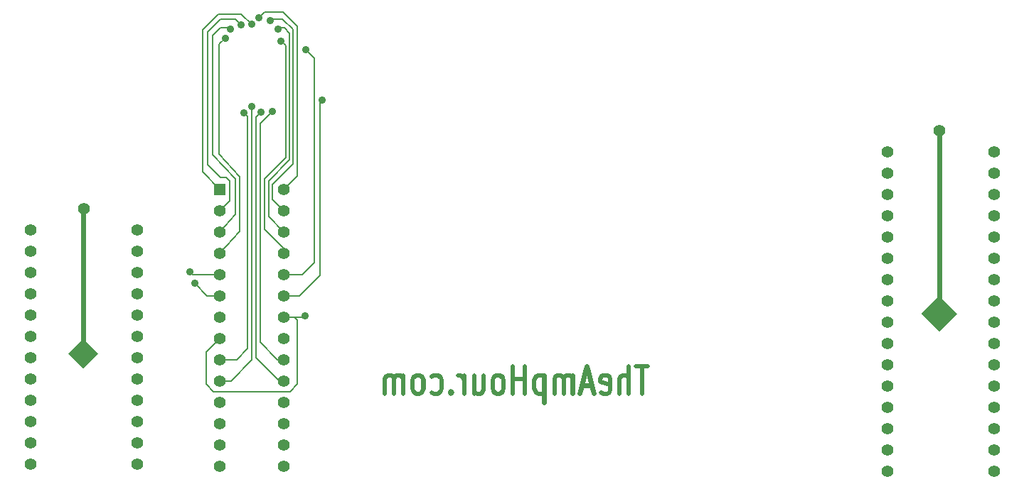
<source format=gbl>
G04 (created by PCBNEW (2013-03-19 BZR 4004)-stable) date 8/12/2013 12:05:23 AM*
%MOIN*%
G04 Gerber Fmt 3.4, Leading zero omitted, Abs format*
%FSLAX34Y34*%
G01*
G70*
G90*
G04 APERTURE LIST*
%ADD10C,0*%
%ADD11C,0.02*%
%ADD12C,0.055*%
%ADD13R,0.055X0.055*%
%ADD14C,0.035*%
%ADD15C,0.008*%
%ADD16C,0.024*%
G04 APERTURE END LIST*
G54D10*
G54D11*
X67028Y-43681D02*
X66456Y-43681D01*
X66742Y-44981D02*
X66742Y-43681D01*
X66123Y-44981D02*
X66123Y-43681D01*
X65694Y-44981D02*
X65694Y-44300D01*
X65742Y-44176D01*
X65837Y-44114D01*
X65980Y-44114D01*
X66075Y-44176D01*
X66123Y-44238D01*
X64837Y-44919D02*
X64932Y-44981D01*
X65123Y-44981D01*
X65218Y-44919D01*
X65266Y-44795D01*
X65266Y-44300D01*
X65218Y-44176D01*
X65123Y-44114D01*
X64932Y-44114D01*
X64837Y-44176D01*
X64790Y-44300D01*
X64790Y-44424D01*
X65266Y-44547D01*
X64409Y-44609D02*
X63932Y-44609D01*
X64504Y-44981D02*
X64170Y-43681D01*
X63837Y-44981D01*
X63504Y-44981D02*
X63504Y-44114D01*
X63504Y-44238D02*
X63456Y-44176D01*
X63361Y-44114D01*
X63218Y-44114D01*
X63123Y-44176D01*
X63075Y-44300D01*
X63075Y-44981D01*
X63075Y-44300D02*
X63028Y-44176D01*
X62932Y-44114D01*
X62789Y-44114D01*
X62694Y-44176D01*
X62647Y-44300D01*
X62647Y-44981D01*
X62170Y-44114D02*
X62170Y-45414D01*
X62170Y-44176D02*
X62075Y-44114D01*
X61885Y-44114D01*
X61789Y-44176D01*
X61742Y-44238D01*
X61694Y-44362D01*
X61694Y-44733D01*
X61742Y-44857D01*
X61789Y-44919D01*
X61885Y-44981D01*
X62075Y-44981D01*
X62170Y-44919D01*
X61266Y-44981D02*
X61266Y-43681D01*
X61266Y-44300D02*
X60694Y-44300D01*
X60694Y-44981D02*
X60694Y-43681D01*
X60075Y-44981D02*
X60170Y-44919D01*
X60218Y-44857D01*
X60266Y-44733D01*
X60266Y-44362D01*
X60218Y-44238D01*
X60170Y-44176D01*
X60075Y-44114D01*
X59932Y-44114D01*
X59837Y-44176D01*
X59790Y-44238D01*
X59742Y-44362D01*
X59742Y-44733D01*
X59790Y-44857D01*
X59837Y-44919D01*
X59932Y-44981D01*
X60075Y-44981D01*
X58885Y-44114D02*
X58885Y-44981D01*
X59313Y-44114D02*
X59313Y-44795D01*
X59266Y-44919D01*
X59170Y-44981D01*
X59028Y-44981D01*
X58932Y-44919D01*
X58885Y-44857D01*
X58409Y-44981D02*
X58409Y-44114D01*
X58409Y-44362D02*
X58361Y-44238D01*
X58313Y-44176D01*
X58218Y-44114D01*
X58123Y-44114D01*
X57790Y-44857D02*
X57742Y-44919D01*
X57790Y-44981D01*
X57837Y-44919D01*
X57790Y-44857D01*
X57790Y-44981D01*
X56885Y-44919D02*
X56980Y-44981D01*
X57170Y-44981D01*
X57266Y-44919D01*
X57313Y-44857D01*
X57361Y-44733D01*
X57361Y-44362D01*
X57313Y-44238D01*
X57266Y-44176D01*
X57170Y-44114D01*
X56980Y-44114D01*
X56885Y-44176D01*
X56313Y-44981D02*
X56409Y-44919D01*
X56456Y-44857D01*
X56504Y-44733D01*
X56504Y-44362D01*
X56456Y-44238D01*
X56409Y-44176D01*
X56313Y-44114D01*
X56170Y-44114D01*
X56075Y-44176D01*
X56028Y-44238D01*
X55980Y-44362D01*
X55980Y-44733D01*
X56028Y-44857D01*
X56075Y-44919D01*
X56170Y-44981D01*
X56313Y-44981D01*
X55551Y-44981D02*
X55551Y-44114D01*
X55551Y-44238D02*
X55504Y-44176D01*
X55409Y-44114D01*
X55266Y-44114D01*
X55170Y-44176D01*
X55123Y-44300D01*
X55123Y-44981D01*
X55123Y-44300D02*
X55075Y-44176D01*
X54980Y-44114D01*
X54837Y-44114D01*
X54742Y-44176D01*
X54694Y-44300D01*
X54694Y-44981D01*
X67023Y-43686D02*
X66451Y-43686D01*
X66737Y-44986D02*
X66737Y-43686D01*
X66118Y-44986D02*
X66118Y-43686D01*
X65689Y-44986D02*
X65689Y-44305D01*
X65737Y-44181D01*
X65832Y-44119D01*
X65975Y-44119D01*
X66070Y-44181D01*
X66118Y-44243D01*
X64832Y-44924D02*
X64927Y-44986D01*
X65118Y-44986D01*
X65213Y-44924D01*
X65261Y-44800D01*
X65261Y-44305D01*
X65213Y-44181D01*
X65118Y-44119D01*
X64927Y-44119D01*
X64832Y-44181D01*
X64785Y-44305D01*
X64785Y-44429D01*
X65261Y-44552D01*
X64404Y-44614D02*
X63927Y-44614D01*
X64499Y-44986D02*
X64165Y-43686D01*
X63832Y-44986D01*
X63499Y-44986D02*
X63499Y-44119D01*
X63499Y-44243D02*
X63451Y-44181D01*
X63356Y-44119D01*
X63213Y-44119D01*
X63118Y-44181D01*
X63070Y-44305D01*
X63070Y-44986D01*
X63070Y-44305D02*
X63023Y-44181D01*
X62927Y-44119D01*
X62784Y-44119D01*
X62689Y-44181D01*
X62642Y-44305D01*
X62642Y-44986D01*
X62165Y-44119D02*
X62165Y-45419D01*
X62165Y-44181D02*
X62070Y-44119D01*
X61880Y-44119D01*
X61784Y-44181D01*
X61737Y-44243D01*
X61689Y-44367D01*
X61689Y-44738D01*
X61737Y-44862D01*
X61784Y-44924D01*
X61880Y-44986D01*
X62070Y-44986D01*
X62165Y-44924D01*
X61261Y-44986D02*
X61261Y-43686D01*
X61261Y-44305D02*
X60689Y-44305D01*
X60689Y-44986D02*
X60689Y-43686D01*
X60070Y-44986D02*
X60165Y-44924D01*
X60213Y-44862D01*
X60261Y-44738D01*
X60261Y-44367D01*
X60213Y-44243D01*
X60165Y-44181D01*
X60070Y-44119D01*
X59927Y-44119D01*
X59832Y-44181D01*
X59785Y-44243D01*
X59737Y-44367D01*
X59737Y-44738D01*
X59785Y-44862D01*
X59832Y-44924D01*
X59927Y-44986D01*
X60070Y-44986D01*
X58880Y-44119D02*
X58880Y-44986D01*
X59308Y-44119D02*
X59308Y-44800D01*
X59261Y-44924D01*
X59165Y-44986D01*
X59023Y-44986D01*
X58927Y-44924D01*
X58880Y-44862D01*
X58404Y-44986D02*
X58404Y-44119D01*
X58404Y-44367D02*
X58356Y-44243D01*
X58308Y-44181D01*
X58213Y-44119D01*
X58118Y-44119D01*
X57785Y-44862D02*
X57737Y-44924D01*
X57785Y-44986D01*
X57832Y-44924D01*
X57785Y-44862D01*
X57785Y-44986D01*
X56880Y-44924D02*
X56975Y-44986D01*
X57165Y-44986D01*
X57261Y-44924D01*
X57308Y-44862D01*
X57356Y-44738D01*
X57356Y-44367D01*
X57308Y-44243D01*
X57261Y-44181D01*
X57165Y-44119D01*
X56975Y-44119D01*
X56880Y-44181D01*
X56308Y-44986D02*
X56404Y-44924D01*
X56451Y-44862D01*
X56499Y-44738D01*
X56499Y-44367D01*
X56451Y-44243D01*
X56404Y-44181D01*
X56308Y-44119D01*
X56165Y-44119D01*
X56070Y-44181D01*
X56023Y-44243D01*
X55975Y-44367D01*
X55975Y-44738D01*
X56023Y-44862D01*
X56070Y-44924D01*
X56165Y-44986D01*
X56308Y-44986D01*
X55546Y-44986D02*
X55546Y-44119D01*
X55546Y-44243D02*
X55499Y-44181D01*
X55404Y-44119D01*
X55261Y-44119D01*
X55165Y-44181D01*
X55118Y-44305D01*
X55118Y-44986D01*
X55118Y-44305D02*
X55070Y-44181D01*
X54975Y-44119D01*
X54832Y-44119D01*
X54737Y-44181D01*
X54689Y-44305D01*
X54689Y-44986D01*
G54D12*
X46960Y-36380D03*
X46960Y-37380D03*
X46960Y-38380D03*
X46960Y-39380D03*
X46960Y-40380D03*
X46960Y-41380D03*
X46960Y-42380D03*
X46960Y-43380D03*
X46960Y-44380D03*
X46960Y-45380D03*
X46960Y-46380D03*
X46960Y-47380D03*
X46960Y-48380D03*
G54D13*
X46960Y-35380D03*
G54D12*
X49960Y-48380D03*
X49960Y-47380D03*
X49960Y-46380D03*
X49960Y-45380D03*
X49960Y-44380D03*
X49960Y-43380D03*
X49960Y-42380D03*
X49960Y-41380D03*
X49960Y-40380D03*
X49960Y-39380D03*
X49960Y-38380D03*
X49960Y-37380D03*
X49960Y-36380D03*
X49960Y-35380D03*
X38070Y-37300D03*
X38070Y-38300D03*
X38070Y-39300D03*
X38070Y-40300D03*
X38070Y-41300D03*
X38070Y-42300D03*
X38070Y-43300D03*
X38070Y-44300D03*
X38070Y-45300D03*
X38070Y-46300D03*
X38070Y-47300D03*
X38070Y-48300D03*
X43070Y-48300D03*
X43070Y-47300D03*
X43070Y-46300D03*
X43070Y-45300D03*
X43070Y-44300D03*
X43070Y-43300D03*
X43070Y-42300D03*
X43070Y-41300D03*
X43070Y-40300D03*
X43070Y-39300D03*
X43070Y-38300D03*
X43070Y-37300D03*
X78255Y-33640D03*
X78255Y-34640D03*
X78255Y-35640D03*
X78255Y-36640D03*
X78255Y-37640D03*
X78255Y-38640D03*
X78255Y-39640D03*
X78255Y-40640D03*
X78255Y-41640D03*
X78255Y-42640D03*
X78255Y-43640D03*
X78255Y-44640D03*
X78255Y-45640D03*
X78255Y-46640D03*
X78255Y-47640D03*
X78255Y-48640D03*
X83255Y-48640D03*
X83255Y-47640D03*
X83255Y-46640D03*
X83255Y-45640D03*
X83255Y-44640D03*
X83255Y-43640D03*
X83255Y-42640D03*
X83255Y-41640D03*
X83255Y-40640D03*
X83255Y-39640D03*
X83255Y-38640D03*
X83255Y-37640D03*
X83255Y-36640D03*
X83255Y-35640D03*
X83255Y-34640D03*
X83255Y-33640D03*
X80675Y-32640D03*
G54D10*
G36*
X40560Y-42389D02*
X41255Y-43085D01*
X40560Y-43780D01*
X39864Y-43085D01*
X40560Y-42389D01*
X40560Y-42389D01*
G37*
G54D12*
X40570Y-36300D03*
G54D10*
G36*
X79834Y-41240D02*
X80670Y-40404D01*
X81505Y-41240D01*
X80670Y-42075D01*
X79834Y-41240D01*
X79834Y-41240D01*
G37*
G54D14*
X49410Y-31730D03*
X50940Y-41320D03*
X45550Y-39255D03*
X48870Y-31760D03*
X48780Y-27330D03*
X45770Y-39805D03*
X47210Y-28290D03*
X47940Y-27660D03*
X49670Y-27850D03*
X50985Y-28825D03*
X48460Y-31500D03*
X48100Y-31790D03*
X51745Y-31200D03*
X49830Y-28430D03*
X49320Y-27460D03*
X48440Y-27640D03*
X47450Y-27860D03*
G54D15*
X49960Y-43380D02*
X49640Y-43380D01*
X48840Y-32300D02*
X49410Y-31730D01*
X48840Y-42579D02*
X48840Y-32300D01*
X49640Y-43380D02*
X48840Y-42579D01*
X49960Y-41380D02*
X50440Y-41380D01*
X46310Y-43030D02*
X46960Y-42380D01*
X46310Y-44535D02*
X46310Y-43030D01*
X46665Y-44890D02*
X46310Y-44535D01*
X50245Y-44890D02*
X46665Y-44890D01*
X50595Y-44540D02*
X50245Y-44890D01*
X50595Y-41535D02*
X50595Y-44540D01*
X50440Y-41380D02*
X50595Y-41535D01*
X49960Y-41380D02*
X50880Y-41380D01*
X50880Y-41380D02*
X50940Y-41320D01*
X45675Y-39380D02*
X46960Y-39380D01*
X45550Y-39255D02*
X45675Y-39380D01*
X49960Y-44380D02*
X49740Y-44380D01*
X48650Y-31980D02*
X48870Y-31760D01*
X48650Y-43290D02*
X48650Y-31980D01*
X49740Y-44380D02*
X48650Y-43290D01*
X50580Y-34760D02*
X49960Y-35380D01*
X50580Y-27740D02*
X50580Y-34760D01*
X49910Y-27070D02*
X50580Y-27740D01*
X49040Y-27070D02*
X49910Y-27070D01*
X48780Y-27330D02*
X49040Y-27070D01*
X46345Y-40380D02*
X46960Y-40380D01*
X45770Y-39805D02*
X46345Y-40380D01*
X47900Y-37350D02*
X46960Y-38380D01*
X47900Y-34800D02*
X47900Y-37350D01*
X46930Y-33740D02*
X47900Y-34800D01*
X46930Y-28570D02*
X46930Y-33740D01*
X47210Y-28290D02*
X46930Y-28570D01*
X46980Y-34840D02*
X47260Y-34840D01*
X47940Y-27660D02*
X47680Y-27400D01*
X47680Y-27400D02*
X46970Y-27400D01*
X46970Y-27400D02*
X46380Y-27990D01*
X46380Y-27990D02*
X46380Y-34240D01*
X46380Y-34240D02*
X46980Y-34840D01*
X47420Y-35000D02*
X47420Y-35920D01*
X47260Y-34840D02*
X47420Y-35000D01*
X47420Y-35920D02*
X46960Y-36380D01*
X49240Y-36660D02*
X49960Y-37380D01*
X49240Y-34980D02*
X49240Y-36660D01*
X50219Y-34000D02*
X49240Y-34980D01*
X50219Y-28059D02*
X50219Y-34000D01*
X49970Y-27810D02*
X50219Y-28059D01*
X49710Y-27810D02*
X49970Y-27810D01*
X49670Y-27850D02*
X49710Y-27810D01*
X50830Y-39380D02*
X49960Y-39380D01*
X51390Y-38820D02*
X50830Y-39380D01*
X51390Y-29230D02*
X51390Y-38820D01*
X50985Y-28825D02*
X51390Y-29230D01*
X46960Y-44380D02*
X47470Y-44380D01*
X48460Y-43390D02*
X48460Y-31500D01*
X47470Y-44380D02*
X48460Y-43390D01*
X46960Y-43380D02*
X47739Y-43380D01*
X48260Y-31950D02*
X48100Y-31790D01*
X48260Y-42859D02*
X48260Y-31950D01*
X47739Y-43380D02*
X48260Y-42859D01*
X50685Y-40380D02*
X49960Y-40380D01*
X51640Y-39425D02*
X50685Y-40380D01*
X51640Y-31305D02*
X51640Y-39425D01*
X51745Y-31200D02*
X51640Y-31305D01*
X49960Y-38160D02*
X49960Y-38380D01*
X49050Y-37250D02*
X49960Y-38160D01*
X49050Y-34900D02*
X49050Y-37250D01*
X50039Y-33910D02*
X49050Y-34900D01*
X50039Y-28639D02*
X50039Y-33910D01*
X49830Y-28430D02*
X50039Y-28639D01*
G54D16*
X40560Y-43085D02*
X40560Y-36310D01*
X40560Y-36310D02*
X40570Y-36300D01*
X80675Y-39565D02*
X80675Y-41235D01*
X80675Y-41235D02*
X80670Y-41240D01*
X80675Y-32640D02*
X80675Y-39565D01*
X80675Y-39565D02*
X80675Y-39550D01*
G54D15*
X49430Y-35850D02*
X49960Y-36380D01*
X49430Y-35150D02*
X49430Y-35850D01*
X50399Y-34180D02*
X49430Y-35150D01*
X50399Y-27879D02*
X50399Y-34180D01*
X49900Y-27380D02*
X50399Y-27879D01*
X49400Y-27380D02*
X49900Y-27380D01*
X49320Y-27460D02*
X49400Y-27380D01*
X46150Y-34570D02*
X46960Y-35380D01*
X46150Y-27880D02*
X46150Y-34570D01*
X46880Y-27150D02*
X46150Y-27880D01*
X47950Y-27150D02*
X46880Y-27150D01*
X48440Y-27640D02*
X47950Y-27150D01*
X47670Y-36570D02*
X46960Y-37380D01*
X47670Y-34880D02*
X47670Y-36570D01*
X46620Y-33750D02*
X47670Y-34880D01*
X46620Y-28170D02*
X46620Y-33750D01*
X47000Y-27790D02*
X46620Y-28170D01*
X47380Y-27790D02*
X47000Y-27790D01*
X47450Y-27860D02*
X47380Y-27790D01*
M02*

</source>
